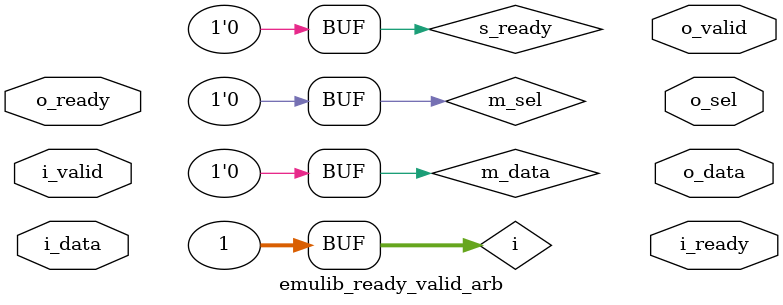
<source format=v>
`timescale 1ns / 1ps
`default_nettype none

module emulib_ready_valid_arb #(
    parameter   NUM_I       = 1,
    parameter   DATA_WIDTH  = 1
)(
    input  wire [NUM_I-1:0]             i_valid,
    output wire [NUM_I-1:0]             i_ready,
    input  wire [DATA_WIDTH*NUM_I-1:0]  i_data,

    output wire                         o_valid,
    input  wire                         o_ready,
    output reg  [DATA_WIDTH-1:0]        o_data,
    output reg  [NUM_I-1:0]             o_sel
);

    integer i;

    always @* begin
        m_sel = {NUM_I{1'b0}};
        m_data = {DATA_WIDTH{1'b0}};
        for (i = 0; i < NUM_I; i = i + 1) begin
            if (s_valid[i]) begin
                m_sel = {{(NUM_I-1){1'b0}}, 1'b1} << i;
                m_data = s_data[i * DATA_WIDTH +: DATA_WIDTH];
            end
        end
    end

    assign s_ready = {NUM_I{m_ready}} & m_sel;
    assign m_valid = |s_valid;

endmodule

`default_nettype wire

</source>
